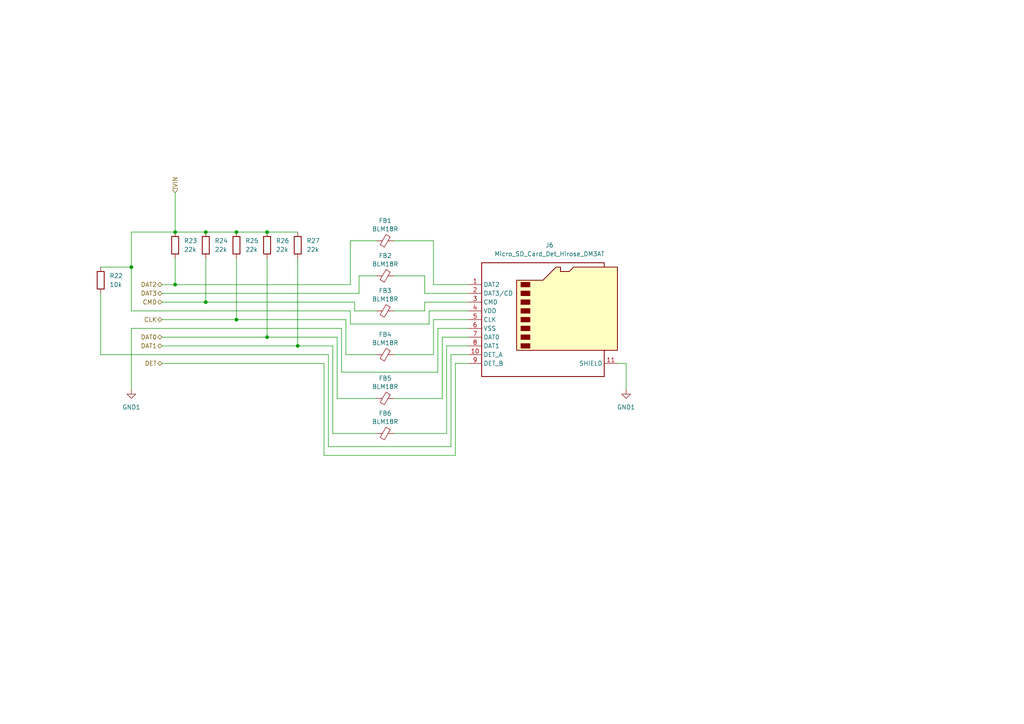
<source format=kicad_sch>
(kicad_sch (version 20230121) (generator eeschema)
  (paper "A4")
  (lib_symbols
    (symbol "Connector:Micro_SD_Card_Det_Hirose_DM3AT"
      (property "Reference" "J" (at -16.51 17.78 0))
      (property "Value" "Micro_SD_Card_Det_Hirose_DM3AT" (at 16.51 17.78 0))
      (symbol "Micro_SD_Card_Det_Hirose_DM3AT_0_1"
        (rectangle (start -7.62 -6.985) (end -5.08 -8.255) (stroke (width 0.254)) (fill (type outline)))
        (rectangle (start -7.62 -4.445) (end -5.08 -5.715) (stroke (width 0.254)) (fill (type outline)))
        (rectangle (start -7.62 -1.905) (end -5.08 -3.175) (stroke (width 0.254)) (fill (type outline)))
        (rectangle (start -7.62 0.635) (end -5.08 -0.635) (stroke (width 0.254)) (fill (type outline)))
        (rectangle (start -7.62 3.175) (end -5.08 1.905) (stroke (width 0.254)) (fill (type outline)))
        (rectangle (start -7.62 5.715) (end -5.08 4.445) (stroke (width 0.254)) (fill (type outline)))
        (rectangle (start -7.62 8.255) (end -5.08 6.985) (stroke (width 0.254)) (fill (type outline)))
        (rectangle (start -7.62 10.795) (end -5.08 9.525) (stroke (width 0.254)) (fill (type outline)))
        (polyline (pts (xy 16.51 15.24) (xy 16.51 16.51) (xy -19.05 16.51) (xy -19.05 -16.51) (xy 16.51 -16.51) (xy 16.51 -8.89)) (stroke (width 0.254)))
        (polyline (pts (xy -8.89 -8.89) (xy -8.89 11.43) (xy -1.27 11.43) (xy 2.54 15.24) (xy 3.81 15.24) (xy 3.81 13.97) (xy 6.35 13.97) (xy 7.62 15.24) (xy 20.32 15.24) (xy 20.32 -8.89) (xy -8.89 -8.89)) (stroke (width 0.254)) (fill (type background)))
      )
      (symbol "Micro_SD_Card_Det_Hirose_DM3AT_1_1"
        (pin bidirectional line (at -22.86 10.16 0) (length 3.81) (name "DAT2") (number "1"))
        (pin passive line (at -22.86 -10.16 0) (length 3.81) (name "DET_A") (number "10"))
        (pin passive line (at 20.32 -12.7 180) (length 3.81) (name "SHIELD") (number "11"))
        (pin bidirectional line (at -22.86 7.62 0) (length 3.81) (name "DAT3/CD") (number "2"))
        (pin input line (at -22.86 5.08 0) (length 3.81) (name "CMD") (number "3"))
        (pin power_in line (at -22.86 2.54 0) (length 3.81) (name "VDD") (number "4"))
        (pin input line (at -22.86 0 0) (length 3.81) (name "CLK") (number "5"))
        (pin power_in line (at -22.86 -2.54 0) (length 3.81) (name "VSS") (number "6"))
        (pin bidirectional line (at -22.86 -5.08 0) (length 3.81) (name "DAT0") (number "7"))
        (pin bidirectional line (at -22.86 -7.62 0) (length 3.81) (name "DAT1") (number "8"))
        (pin passive line (at -22.86 -12.7 0) (length 3.81) (name "DET_B") (number "9"))
      )
    )
    (symbol "Device:FerriteBead_Small" (pin_numbers hide) (pin_names (offset 0))
      (property "Reference" "FB" (at 1.905 1.27 0))
      (property "Value" "FerriteBead_Small" (at 1.905 -1.27 0))
      (symbol "FerriteBead_Small_0_1"
        (polyline (pts (xy 0 -1.27) (xy 0 -0.7874)))
        (polyline (pts (xy 0 0.889) (xy 0 1.2954)))
        (polyline (pts (xy -1.8288 0.2794) (xy -1.1176 1.4986) (xy 1.8288 -0.2032) (xy 1.1176 -1.4224) (xy -1.8288 0.2794)))
      )
      (symbol "FerriteBead_Small_1_1"
        (pin passive line (at 0 2.54 270) (length 1.27) (name "~") (number "1"))
        (pin passive line (at 0 -2.54 90) (length 1.27) (name "~") (number "2"))
      )
    )
    (symbol "Device:R" (pin_numbers hide) (pin_names (offset 0))
      (property "Reference" "R" (at 2.032 0 90))
      (property "Value" "R" (at 0 0 90))
      (symbol "R_0_1"
        (rectangle (start -1.016 -2.54) (end 1.016 2.54) (stroke (width 0.254)))
      )
      (symbol "R_1_1"
        (pin passive line (at 0 3.81 270) (length 1.27) (name "~") (number "1"))
        (pin passive line (at 0 -3.81 90) (length 1.27) (name "~") (number "2"))
      )
    )
    (symbol "power:GND1" (power) (pin_names (offset 0))
      (property "Value" "GND1" (at 0 -3.81 0))
      (symbol "GND1_0_1"
        (polyline (pts (xy 0 0) (xy 0 -1.27) (xy 1.27 -1.27) (xy 0 -2.54) (xy -1.27 -1.27) (xy 0 -1.27)))
      )
      (symbol "GND1_1_1"
        (pin power_in line (at 0 0 270) (length 0) hide (name "GND1") (number "1"))
      )
    )
  )
  (junction (at 50.8 82.55))
  (junction (at 68.58 92.71))
  (junction (at 86.36 100.33))
  (junction (at 50.8 67.31))
  (junction (at 38.1 77.47))
  (junction (at 77.47 97.79))
  (junction (at 68.58 67.31))
  (junction (at 59.69 67.31))
  (junction (at 59.69 87.63))
  (junction (at 77.47 67.31))
  (wire (pts (xy 99.06 107.95) (xy 127 107.95)))
  (wire (pts (xy 132.08 105.41) (xy 135.89 105.41)))
  (wire (pts (xy 68.58 74.93) (xy 68.58 92.71)))
  (wire (pts (xy 38.1 90.17) (xy 101.6 90.17)))
  (wire (pts (xy 100.33 92.71) (xy 100.33 102.87)))
  (wire (pts (xy 46.99 97.79) (xy 77.47 97.79)))
  (wire (pts (xy 114.3 80.01) (xy 123.19 80.01)))
  (wire (pts (xy 109.22 125.73) (xy 96.52 125.73)))
  (wire (pts (xy 46.99 85.09) (xy 104.14 85.09)))
  (wire (pts (xy 101.6 69.85) (xy 109.22 69.85)))
  (wire (pts (xy 59.69 74.93) (xy 59.69 87.63)))
  (wire (pts (xy 123.19 80.01) (xy 123.19 85.09)))
  (wire (pts (xy 123.19 85.09) (xy 135.89 85.09)))
  (wire (pts (xy 46.99 92.71) (xy 68.58 92.71)))
  (wire (pts (xy 97.79 115.57) (xy 109.22 115.57)))
  (wire (pts (xy 125.73 82.55) (xy 135.89 82.55)))
  (wire (pts (xy 129.54 125.73) (xy 129.54 100.33)))
  (wire (pts (xy 50.8 67.31) (xy 59.69 67.31)))
  (wire (pts (xy 101.6 82.55) (xy 101.6 69.85)))
  (wire (pts (xy 102.87 90.17) (xy 109.22 90.17)))
  (wire (pts (xy 130.81 129.54) (xy 130.81 102.87)))
  (wire (pts (xy 125.73 102.87) (xy 125.73 92.71)))
  (wire (pts (xy 97.79 97.79) (xy 97.79 115.57)))
  (wire (pts (xy 96.52 125.73) (xy 96.52 100.33)))
  (wire (pts (xy 59.69 67.31) (xy 68.58 67.31)))
  (wire (pts (xy 114.3 69.85) (xy 125.73 69.85)))
  (wire (pts (xy 77.47 67.31) (xy 86.36 67.31)))
  (wire (pts (xy 95.25 129.54) (xy 130.81 129.54)))
  (wire (pts (xy 181.61 113.03) (xy 181.61 105.41)))
  (wire (pts (xy 125.73 69.85) (xy 125.73 82.55)))
  (wire (pts (xy 114.3 102.87) (xy 125.73 102.87)))
  (wire (pts (xy 38.1 67.31) (xy 50.8 67.31)))
  (wire (pts (xy 100.33 102.87) (xy 109.22 102.87)))
  (wire (pts (xy 181.61 105.41) (xy 179.07 105.41)))
  (wire (pts (xy 86.36 100.33) (xy 96.52 100.33)))
  (wire (pts (xy 123.19 87.63) (xy 135.89 87.63)))
  (wire (pts (xy 93.98 132.08) (xy 132.08 132.08)))
  (wire (pts (xy 95.25 102.87) (xy 95.25 129.54)))
  (wire (pts (xy 46.99 82.55) (xy 50.8 82.55)))
  (wire (pts (xy 101.6 90.17) (xy 101.6 93.98)))
  (wire (pts (xy 46.99 87.63) (xy 59.69 87.63)))
  (wire (pts (xy 46.99 100.33) (xy 86.36 100.33)))
  (wire (pts (xy 104.14 80.01) (xy 109.22 80.01)))
  (wire (pts (xy 127 95.25) (xy 127 107.95)))
  (wire (pts (xy 114.3 125.73) (xy 129.54 125.73)))
  (wire (pts (xy 128.27 115.57) (xy 128.27 97.79)))
  (wire (pts (xy 77.47 97.79) (xy 97.79 97.79)))
  (wire (pts (xy 114.3 115.57) (xy 128.27 115.57)))
  (wire (pts (xy 46.99 105.41) (xy 93.98 105.41)))
  (wire (pts (xy 132.08 132.08) (xy 132.08 105.41)))
  (wire (pts (xy 29.21 85.09) (xy 29.21 102.87)))
  (wire (pts (xy 99.06 95.25) (xy 99.06 107.95)))
  (wire (pts (xy 77.47 74.93) (xy 77.47 97.79)))
  (wire (pts (xy 29.21 77.47) (xy 38.1 77.47)))
  (wire (pts (xy 104.14 85.09) (xy 104.14 80.01)))
  (wire (pts (xy 68.58 92.71) (xy 100.33 92.71)))
  (wire (pts (xy 68.58 67.31) (xy 77.47 67.31)))
  (wire (pts (xy 38.1 90.17) (xy 38.1 77.47)))
  (wire (pts (xy 29.21 102.87) (xy 95.25 102.87)))
  (wire (pts (xy 50.8 74.93) (xy 50.8 82.55)))
  (wire (pts (xy 135.89 95.25) (xy 127 95.25)))
  (wire (pts (xy 38.1 95.25) (xy 99.06 95.25)))
  (wire (pts (xy 130.81 102.87) (xy 135.89 102.87)))
  (wire (pts (xy 38.1 113.03) (xy 38.1 95.25)))
  (wire (pts (xy 101.6 93.98) (xy 124.46 93.98)))
  (wire (pts (xy 124.46 93.98) (xy 124.46 90.17)))
  (wire (pts (xy 125.73 92.71) (xy 135.89 92.71)))
  (wire (pts (xy 123.19 90.17) (xy 123.19 87.63)))
  (wire (pts (xy 129.54 100.33) (xy 135.89 100.33)))
  (wire (pts (xy 59.69 87.63) (xy 102.87 87.63)))
  (wire (pts (xy 86.36 74.93) (xy 86.36 100.33)))
  (wire (pts (xy 128.27 97.79) (xy 135.89 97.79)))
  (wire (pts (xy 102.87 87.63) (xy 102.87 90.17)))
  (wire (pts (xy 124.46 90.17) (xy 135.89 90.17)))
  (wire (pts (xy 50.8 55.88) (xy 50.8 67.31)))
  (wire (pts (xy 114.3 90.17) (xy 123.19 90.17)))
  (wire (pts (xy 38.1 67.31) (xy 38.1 77.47)))
  (wire (pts (xy 93.98 105.41) (xy 93.98 132.08)))
  (wire (pts (xy 50.8 82.55) (xy 101.6 82.55)))
  (hierarchical_label "DAT3" (shape bidirectional) (at 46.99 85.09 180))
  (hierarchical_label "CLK" (shape bidirectional) (at 46.99 92.71 180))
  (hierarchical_label "VIN" (shape input) (at 50.8 55.88 90))
  (hierarchical_label "DET" (shape bidirectional) (at 46.99 105.41 180))
  (hierarchical_label "CMD" (shape bidirectional) (at 46.99 87.63 180))
  (hierarchical_label "DAT2" (shape bidirectional) (at 46.99 82.55 180))
  (hierarchical_label "DAT0" (shape bidirectional) (at 46.99 97.79 180))
  (hierarchical_label "DAT1" (shape bidirectional) (at 46.99 100.33 180))
  (symbol (lib_id "power:GND1") (at 181.61 113.03 0) (unit 1)
    (property "Reference" "#PWR031" (effects hide))
    (property "Value" "GND1" (at 181.61 118.11 0))
  )
  (symbol (lib_id "Device:R") (at 59.69 71.12 0) (unit 1)
    (property "Reference" "R24" (at 62.23 69.85 0) (effects (justify left)))
    (property "Value" "22k" (at 62.23 72.39 0) (effects (justify left)))
    (property "Footprint" "Resistor_SMD:R_0603_1608Metric_Pad0.98x0.95mm_HandSolder" (effects hide))
  )
  (symbol (lib_id "Device:FerriteBead_Small") (at 111.76 102.87 90) (unit 1)
    (property "Reference" "FB4" (at 111.7219 97.0239 90))
    (property "Value" "BLM18R" (at 111.7219 99.4481 90))
    (property "Footprint" "Resistor_SMD:R_0603_1608Metric_Pad0.98x0.95mm_HandSolder" (effects hide))
  )
  (symbol (lib_id "Device:R") (at 29.21 81.28 0) (unit 1)
    (property "Reference" "R22" (at 31.75 80.01 0) (effects (justify left)))
    (property "Value" "10k" (at 31.75 82.55 0) (effects (justify left)))
    (property "Footprint" "Resistor_SMD:R_0603_1608Metric_Pad0.98x0.95mm_HandSolder" (effects hide))
  )
  (symbol (lib_id "Device:FerriteBead_Small") (at 111.76 69.85 90) (unit 1)
    (property "Reference" "FB1" (at 111.7219 64.0039 90))
    (property "Value" "BLM18R" (at 111.7219 66.4281 90))
    (property "Footprint" "Resistor_SMD:R_0603_1608Metric_Pad0.98x0.95mm_HandSolder" (effects hide))
  )
  (symbol (lib_id "Device:FerriteBead_Small") (at 111.76 90.17 90) (unit 1)
    (property "Reference" "FB3" (at 111.7219 84.3239 90))
    (property "Value" "BLM18R" (at 111.7219 86.7481 90))
    (property "Footprint" "Resistor_SMD:R_0603_1608Metric_Pad0.98x0.95mm_HandSolder" (effects hide))
  )
  (symbol (lib_id "Device:R") (at 50.8 71.12 0) (unit 1)
    (property "Reference" "R23" (at 53.34 69.85 0) (effects (justify left)))
    (property "Value" "22k" (at 53.34 72.39 0) (effects (justify left)))
    (property "Footprint" "Resistor_SMD:R_0603_1608Metric_Pad0.98x0.95mm_HandSolder" (effects hide))
  )
  (symbol (lib_id "Device:R") (at 77.47 71.12 0) (unit 1)
    (property "Reference" "R26" (at 80.01 69.85 0) (effects (justify left)))
    (property "Value" "22k" (at 80.01 72.39 0) (effects (justify left)))
    (property "Footprint" "Resistor_SMD:R_0603_1608Metric_Pad0.98x0.95mm_HandSolder" (effects hide))
  )
  (symbol (lib_id "Connector:Micro_SD_Card_Det_Hirose_DM3AT") (at 158.75 92.71 0) (unit 1)
    (property "Reference" "J6" (at 159.385 71.12 0))
    (property "Value" "Micro_SD_Card_Det_Hirose_DM3AT" (at 159.385 73.66 0))
    (property "Footprint" "Connector_Card:microSD_HC_Hirose_DM3AT-SF-PEJM5" (effects hide))
    (property "Datasheet" "https://www.hirose.com/product/en/download_file/key_name/DM3/category/Catalog/doc_file_id/49662/?file_category_id=4&item_id=195&is_series=1" (effects hide))
  )
  (symbol (lib_id "Device:R") (at 86.36 71.12 0) (unit 1)
    (property "Reference" "R27" (at 88.9 69.85 0) (effects (justify left)))
    (property "Value" "22k" (at 88.9 72.39 0) (effects (justify left)))
    (property "Footprint" "Resistor_SMD:R_0603_1608Metric_Pad0.98x0.95mm_HandSolder" (effects hide))
  )
  (symbol (lib_id "Device:FerriteBead_Small") (at 111.76 80.01 90) (unit 1)
    (property "Reference" "FB2" (at 111.7219 74.1639 90))
    (property "Value" "BLM18R" (at 111.7219 76.5881 90))
    (property "Footprint" "Resistor_SMD:R_0603_1608Metric_Pad0.98x0.95mm_HandSolder" (effects hide))
  )
  (symbol (lib_id "power:GND1") (at 38.1 113.03 0) (unit 1)
    (property "Reference" "#PWR030" (effects hide))
    (property "Value" "GND1" (at 38.1 118.11 0))
  )
  (symbol (lib_id "Device:FerriteBead_Small") (at 111.76 125.73 90) (unit 1)
    (property "Reference" "FB6" (at 111.7219 119.8839 90))
    (property "Value" "BLM18R" (at 111.7219 122.3081 90))
    (property "Footprint" "Resistor_SMD:R_0603_1608Metric_Pad0.98x0.95mm_HandSolder" (effects hide))
  )
  (symbol (lib_id "Device:R") (at 68.58 71.12 0) (unit 1)
    (property "Reference" "R25" (at 71.12 69.85 0) (effects (justify left)))
    (property "Value" "22k" (at 71.12 72.39 0) (effects (justify left)))
    (property "Footprint" "Resistor_SMD:R_0603_1608Metric_Pad0.98x0.95mm_HandSolder" (effects hide))
  )
  (symbol (lib_id "Device:FerriteBead_Small") (at 111.76 115.57 90) (unit 1)
    (property "Reference" "FB5" (at 111.7219 109.7239 90))
    (property "Value" "BLM18R" (at 111.7219 112.1481 90))
    (property "Footprint" "Resistor_SMD:R_0603_1608Metric_Pad0.98x0.95mm_HandSolder" (effects hide))
  )
)
</source>
